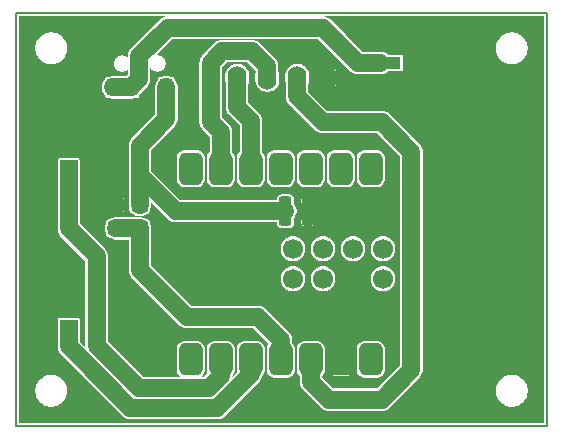
<source format=gbr>
%TF.GenerationSoftware,KiCad,Pcbnew,9.0.0*%
%TF.CreationDate,2025-03-28T11:32:37-07:00*%
%TF.ProjectId,XIAO-ESP32-S3-PCB,5849414f-2d45-4535-9033-322d53332d50,rev?*%
%TF.SameCoordinates,Original*%
%TF.FileFunction,Copper,L1,Top*%
%TF.FilePolarity,Positive*%
%FSLAX46Y46*%
G04 Gerber Fmt 4.6, Leading zero omitted, Abs format (unit mm)*
G04 Created by KiCad (PCBNEW 9.0.0) date 2025-03-28 11:32:37*
%MOMM*%
%LPD*%
G01*
G04 APERTURE LIST*
G04 Aperture macros list*
%AMRoundRect*
0 Rectangle with rounded corners*
0 $1 Rounding radius*
0 $2 $3 $4 $5 $6 $7 $8 $9 X,Y pos of 4 corners*
0 Add a 4 corners polygon primitive as box body*
4,1,4,$2,$3,$4,$5,$6,$7,$8,$9,$2,$3,0*
0 Add four circle primitives for the rounded corners*
1,1,$1+$1,$2,$3*
1,1,$1+$1,$4,$5*
1,1,$1+$1,$6,$7*
1,1,$1+$1,$8,$9*
0 Add four rect primitives between the rounded corners*
20,1,$1+$1,$2,$3,$4,$5,0*
20,1,$1+$1,$4,$5,$6,$7,0*
20,1,$1+$1,$6,$7,$8,$9,0*
20,1,$1+$1,$8,$9,$2,$3,0*%
G04 Aperture macros list end*
%TA.AperFunction,NonConductor*%
%ADD10C,0.200000*%
%TD*%
%TA.AperFunction,SMDPad,CuDef*%
%ADD11R,1.000000X1.000000*%
%TD*%
%TA.AperFunction,SMDPad,CuDef*%
%ADD12R,1.000000X1.400000*%
%TD*%
%TA.AperFunction,ComponentPad*%
%ADD13R,1.500000X1.500000*%
%TD*%
%TA.AperFunction,ComponentPad*%
%ADD14C,1.500000*%
%TD*%
%TA.AperFunction,SMDPad,CuDef*%
%ADD15R,3.500000X1.000000*%
%TD*%
%TA.AperFunction,SMDPad,CuDef*%
%ADD16R,3.400000X1.500000*%
%TD*%
%TA.AperFunction,SMDPad,CuDef*%
%ADD17RoundRect,0.250000X-0.450000X0.350000X-0.450000X-0.350000X0.450000X-0.350000X0.450000X0.350000X0*%
%TD*%
%TA.AperFunction,SMDPad,CuDef*%
%ADD18RoundRect,0.500000X-0.500000X0.875000X-0.500000X-0.875000X0.500000X-0.875000X0.500000X0.875000X0*%
%TD*%
%TA.AperFunction,SMDPad,CuDef*%
%ADD19RoundRect,0.275000X0.275000X-0.975000X0.275000X0.975000X-0.275000X0.975000X-0.275000X-0.975000X0*%
%TD*%
%TA.AperFunction,SMDPad,CuDef*%
%ADD20C,1.700000*%
%TD*%
%TA.AperFunction,SMDPad,CuDef*%
%ADD21RoundRect,0.250000X0.450000X-0.350000X0.450000X0.350000X-0.450000X0.350000X-0.450000X-0.350000X0*%
%TD*%
%TA.AperFunction,ComponentPad*%
%ADD22O,1.600000X2.000000*%
%TD*%
%TA.AperFunction,Conductor*%
%ADD23C,1.500000*%
%TD*%
%TA.AperFunction,Conductor*%
%ADD24C,1.000000*%
%TD*%
G04 APERTURE END LIST*
D10*
X119500000Y-62750000D02*
X164500000Y-62750000D01*
X164500000Y-97750000D01*
X119500000Y-97750000D01*
X119500000Y-62750000D01*
D11*
%TO.P,SW1,0,0*%
%TO.N,GND*%
X133800100Y-65940900D03*
X126199900Y-65940900D03*
X133800100Y-68141100D03*
X126199900Y-68141100D03*
D12*
%TO.P,SW1,1,1*%
%TO.N,SWITCH_V_BATT*%
X132249900Y-69059000D03*
%TO.P,SW1,2,2*%
%TO.N,V_BATT*%
X129249900Y-69059000D03*
%TO.P,SW1,3,3*%
X127750100Y-69059000D03*
%TD*%
D13*
%TO.P,S2,1,COM*%
%TO.N,PUSH_2*%
X124000000Y-76000000D03*
D14*
%TO.P,S2,2,NO*%
%TO.N,GND*%
X124000000Y-71000000D03*
%TD*%
D13*
%TO.P,S1,1,COM*%
%TO.N,PUSH_1*%
X124000000Y-89500000D03*
D14*
%TO.P,S1,2,NO*%
%TO.N,GND*%
X124000000Y-84500000D03*
%TD*%
D15*
%TO.P,J2,1,1*%
%TO.N,GND*%
X150375000Y-69000000D03*
%TO.P,J2,2,2*%
%TO.N,V_BATT*%
X150375000Y-67000000D03*
D16*
%TO.P,J2,3,MP1*%
%TO.N,GND*%
X156125000Y-71350000D03*
%TO.P,J2,4,MP2*%
X156125000Y-64650000D03*
%TD*%
D17*
%TO.P,R2,1*%
%TO.N,SWITCH_V_BATT*%
X130000000Y-79000000D03*
%TO.P,R2,2*%
%TO.N,SWITCH_DIV_V_BATT*%
X130000000Y-81000000D03*
%TD*%
D18*
%TO.P,U1,1,GPIO1_A0_D0*%
%TO.N,unconnected-(U1-GPIO1_A0_D0-Pad1)*%
X149573000Y-75938636D03*
%TO.P,U1,2,GPIO2_A1_D1*%
%TO.N,unconnected-(U1-GPIO2_A1_D1-Pad2)*%
X147033000Y-75938636D03*
%TO.P,U1,3,GPIO3_A2_D2*%
%TO.N,unconnected-(U1-GPIO3_A2_D2-Pad3)*%
X144493000Y-75938636D03*
%TO.P,U1,4,GPIO4_A3_D3*%
%TO.N,unconnected-(U1-GPIO4_A3_D3-Pad4)*%
X141953000Y-75938636D03*
%TO.P,U1,5,GPIO5_A4_D4_SDA*%
%TO.N,SDA*%
X139413000Y-75938636D03*
%TO.P,U1,6,GPIO6_A5_D5_SCL*%
%TO.N,SCL*%
X136873000Y-75938636D03*
%TO.P,U1,7,GPIO43_A6_D6_TX*%
%TO.N,unconnected-(U1-GPIO43_A6_D6_TX-Pad7)*%
X134333000Y-75938636D03*
%TO.P,U1,8,GPIO44_D7_RX*%
%TO.N,unconnected-(U1-GPIO44_D7_RX-Pad8)*%
X134333000Y-92103636D03*
%TO.P,U1,9,GPIO7_A8_D8_SCK*%
%TO.N,PUSH_2*%
X136873000Y-92103636D03*
%TO.P,U1,10,GPIO8_A9_D9_MISO*%
%TO.N,PUSH_1*%
X139413000Y-92103636D03*
%TO.P,U1,11,GPIO9_A10_D10_MOSI*%
%TO.N,SWITCH_DIV_V_BATT*%
X141953000Y-92103636D03*
%TO.P,U1,12,3V3*%
%TO.N,3V3*%
X144493000Y-92103636D03*
%TO.P,U1,13,GND*%
%TO.N,GND*%
X147033000Y-92103636D03*
%TO.P,U1,14,5V*%
%TO.N,unconnected-(U1-5V-Pad14)*%
X149573000Y-92103636D03*
D19*
%TO.P,U1,15,BAT*%
%TO.N,SWITCH_V_BATT*%
X142335000Y-79548636D03*
%TO.P,U1,16,GND*%
%TO.N,GND*%
X144240000Y-79548636D03*
D20*
%TO.P,U1,17,MTDI*%
%TO.N,unconnected-(U1-MTDI-Pad17)*%
X150585000Y-82723636D03*
%TO.P,U1,18,MTDO*%
%TO.N,unconnected-(U1-MTDO-Pad18)*%
X150585000Y-85263636D03*
%TO.P,U1,19,CHIP_EN*%
%TO.N,unconnected-(U1-CHIP_EN-Pad19)*%
X148045000Y-82723636D03*
%TO.P,U1,20,GND*%
%TO.N,GND*%
X148045000Y-85263636D03*
%TO.P,U1,21,MTMS*%
%TO.N,unconnected-(U1-MTMS-Pad21)*%
X145505000Y-82723636D03*
%TO.P,U1,22,MTCK*%
%TO.N,unconnected-(U1-MTCK-Pad22)*%
X145505000Y-85263636D03*
%TO.P,U1,23,USB_DN*%
%TO.N,unconnected-(U1-USB_DN-Pad23)*%
X142965000Y-82723636D03*
%TO.P,U1,24,USB_DP*%
%TO.N,unconnected-(U1-USB_DP-Pad24)*%
X142965000Y-85263636D03*
%TD*%
D21*
%TO.P,R1,1*%
%TO.N,SWITCH_DIV_V_BATT*%
X128000000Y-81000000D03*
%TO.P,R1,2*%
%TO.N,GND*%
X128000000Y-79000000D03*
%TD*%
D22*
%TO.P,Brd1,1,GND*%
%TO.N,GND*%
X145870000Y-68250000D03*
%TO.P,Brd1,2,VCC*%
%TO.N,3V3*%
X143330000Y-68250000D03*
%TO.P,Brd1,3,SCL*%
%TO.N,SCL*%
X140790000Y-68250000D03*
%TO.P,Brd1,4,SDA*%
%TO.N,SDA*%
X138250000Y-68250000D03*
%TD*%
D23*
%TO.N,3V3*%
X143330000Y-69830000D02*
X143330000Y-68250000D01*
X153000000Y-93000000D02*
X153000000Y-74500000D01*
X150500000Y-72000000D02*
X145500000Y-72000000D01*
X150500000Y-95500000D02*
X153000000Y-93000000D01*
X146000000Y-95500000D02*
X150500000Y-95500000D01*
X144493000Y-93993000D02*
X146000000Y-95500000D01*
X153000000Y-74500000D02*
X150500000Y-72000000D01*
X144493000Y-92103636D02*
X144493000Y-93993000D01*
X145500000Y-72000000D02*
X143330000Y-69830000D01*
%TO.N,SCL*%
X140790000Y-67290000D02*
X140790000Y-68250000D01*
X139500000Y-66000000D02*
X140790000Y-67290000D01*
X136000000Y-67000000D02*
X137000000Y-66000000D01*
X136000000Y-72000000D02*
X136000000Y-67000000D01*
X136873000Y-72873000D02*
X136000000Y-72000000D01*
X137000000Y-66000000D02*
X139500000Y-66000000D01*
X136873000Y-75938636D02*
X136873000Y-72873000D01*
%TO.N,V_BATT*%
X129249900Y-69059000D02*
X127750100Y-69059000D01*
%TO.N,SWITCH_V_BATT*%
X130000000Y-76500000D02*
X130000000Y-74000000D01*
X130000000Y-74000000D02*
X132249900Y-71750100D01*
X132249900Y-71750100D02*
X132249900Y-69018000D01*
%TO.N,V_BATT*%
X129950900Y-68317000D02*
X129249900Y-69018000D01*
X132349876Y-64000000D02*
X129950900Y-66398976D01*
X145500000Y-64000000D02*
X132349876Y-64000000D01*
X148500000Y-67000000D02*
X145500000Y-64000000D01*
X150375000Y-67000000D02*
X148500000Y-67000000D01*
X129950900Y-66398976D02*
X129950900Y-68317000D01*
%TO.N,SWITCH_DIV_V_BATT*%
X130000000Y-84500000D02*
X130000000Y-81000000D01*
X140000000Y-88500000D02*
X134000000Y-88500000D01*
X141953000Y-90453000D02*
X140000000Y-88500000D01*
X134000000Y-88500000D02*
X130000000Y-84500000D01*
X141953000Y-92103636D02*
X141953000Y-90453000D01*
%TO.N,SWITCH_V_BATT*%
X142335000Y-79548636D02*
X133048636Y-79548636D01*
X133048636Y-79548636D02*
X130000000Y-76500000D01*
%TO.N,PUSH_1*%
X139413000Y-93337000D02*
X139413000Y-92103636D01*
X138574000Y-94176000D02*
X139413000Y-93337000D01*
X138574000Y-94183213D02*
X138574000Y-94176000D01*
X138574000Y-94183214D02*
X138574000Y-94183213D01*
X137577577Y-95179636D02*
X138574000Y-94183214D01*
X137552636Y-95204577D02*
X137577577Y-95179636D01*
X136556214Y-96201000D02*
X137552636Y-95204577D01*
X135147058Y-96201000D02*
X136549000Y-96201000D01*
X129201001Y-96201000D02*
X130610156Y-96201000D01*
X129201001Y-96201000D02*
X129201000Y-96201000D01*
X136556213Y-96201000D02*
X136556214Y-96201000D01*
X124000000Y-91000000D02*
X124648000Y-91648000D01*
X136549000Y-96201000D02*
X136556213Y-96201000D01*
X124648000Y-91648000D02*
X129201001Y-96201000D01*
X130610156Y-96201000D02*
X135147058Y-96201000D01*
X124000000Y-89500000D02*
X124000000Y-91000000D01*
%TO.N,PUSH_2*%
X135851636Y-94500000D02*
X136873000Y-93478636D01*
X136873000Y-93478636D02*
X136873000Y-92103636D01*
X129905578Y-94500000D02*
X135851636Y-94500000D01*
X126349000Y-83349000D02*
X126349000Y-90943422D01*
X126349000Y-90943422D02*
X129905578Y-94500000D01*
X124000000Y-76000000D02*
X124000000Y-81000000D01*
X124000000Y-81000000D02*
X126349000Y-83349000D01*
%TO.N,SWITCH_DIV_V_BATT*%
X130000000Y-81000000D02*
X128000000Y-81000000D01*
%TO.N,SWITCH_V_BATT*%
X130000000Y-76500000D02*
X130000000Y-79000000D01*
%TO.N,SDA*%
X139413000Y-71913000D02*
X138250000Y-70750000D01*
X138250000Y-70750000D02*
X138250000Y-68250000D01*
X139413000Y-75938636D02*
X139413000Y-71913000D01*
D24*
%TO.N,SCL*%
X140790000Y-67790000D02*
X140790000Y-68250000D01*
%TD*%
%TA.AperFunction,Conductor*%
%TO.N,GND*%
G36*
X132142600Y-63053868D02*
G01*
X132145968Y-63062000D01*
X132142600Y-63070132D01*
X132136712Y-63073279D01*
X132072628Y-63086026D01*
X132072625Y-63086026D01*
X131899656Y-63157673D01*
X131899644Y-63157678D01*
X131743970Y-63261696D01*
X129212595Y-65793071D01*
X129108578Y-65948743D01*
X129036926Y-66121726D01*
X129036925Y-66121731D01*
X129001566Y-66299499D01*
X129001566Y-66299500D01*
X129000400Y-66305361D01*
X129000400Y-66523080D01*
X128997032Y-66531212D01*
X128988900Y-66534580D01*
X128980768Y-66531212D01*
X128972636Y-66523080D01*
X128946442Y-66496886D01*
X128946438Y-66496883D01*
X128831713Y-66420226D01*
X128704226Y-66367419D01*
X128619598Y-66350586D01*
X128568893Y-66340500D01*
X128430907Y-66340500D01*
X128380202Y-66350586D01*
X128295575Y-66367419D01*
X128295572Y-66367419D01*
X128168086Y-66420226D01*
X128053361Y-66496883D01*
X127955783Y-66594461D01*
X127879126Y-66709186D01*
X127826319Y-66836672D01*
X127826319Y-66836675D01*
X127799400Y-66972008D01*
X127799400Y-67109991D01*
X127826319Y-67245324D01*
X127826319Y-67245327D01*
X127879126Y-67372813D01*
X127922461Y-67437668D01*
X127955786Y-67487542D01*
X128053358Y-67585114D01*
X128168089Y-67661775D01*
X128295572Y-67714580D01*
X128430907Y-67741500D01*
X128430909Y-67741500D01*
X128568891Y-67741500D01*
X128568893Y-67741500D01*
X128704228Y-67714580D01*
X128831711Y-67661775D01*
X128946442Y-67585114D01*
X128980769Y-67550786D01*
X128988900Y-67547419D01*
X128997032Y-67550787D01*
X129000400Y-67558919D01*
X129000400Y-67918526D01*
X128997032Y-67926658D01*
X128818558Y-68105132D01*
X128810426Y-68108500D01*
X127656484Y-68108500D01*
X127626156Y-68114532D01*
X127472854Y-68145025D01*
X127472849Y-68145026D01*
X127442434Y-68157625D01*
X127438033Y-68158500D01*
X127230352Y-68158500D01*
X127207088Y-68163127D01*
X127171871Y-68170132D01*
X127171867Y-68170134D01*
X127105549Y-68214446D01*
X127105546Y-68214449D01*
X127061234Y-68280767D01*
X127061232Y-68280771D01*
X127049600Y-68339253D01*
X127049600Y-68410526D01*
X127046232Y-68418658D01*
X127011795Y-68453095D01*
X126907779Y-68608766D01*
X126836126Y-68781749D01*
X126836125Y-68781754D01*
X126799600Y-68965384D01*
X126799600Y-69152615D01*
X126836125Y-69336245D01*
X126836126Y-69336250D01*
X126907779Y-69509233D01*
X126929237Y-69541347D01*
X127011798Y-69664908D01*
X127046232Y-69699342D01*
X127049600Y-69707473D01*
X127049600Y-69778748D01*
X127061233Y-69837231D01*
X127061234Y-69837232D01*
X127105546Y-69903550D01*
X127105548Y-69903552D01*
X127171869Y-69947867D01*
X127230352Y-69959500D01*
X127438033Y-69959500D01*
X127442434Y-69960375D01*
X127472849Y-69972973D01*
X127656484Y-70009500D01*
X127656485Y-70009500D01*
X129343515Y-70009500D01*
X129343516Y-70009500D01*
X129527151Y-69972973D01*
X129557566Y-69960375D01*
X129561967Y-69959500D01*
X129769646Y-69959500D01*
X129769648Y-69959500D01*
X129828131Y-69947867D01*
X129894452Y-69903552D01*
X129938767Y-69837231D01*
X129950400Y-69778748D01*
X129950400Y-69707473D01*
X129953767Y-69699342D01*
X129988202Y-69664908D01*
X130070135Y-69542283D01*
X130071556Y-69540552D01*
X130689202Y-68922908D01*
X130793223Y-68767230D01*
X130858859Y-68608769D01*
X130864873Y-68594251D01*
X130901400Y-68410616D01*
X130901400Y-67444057D01*
X130904768Y-67435925D01*
X130912900Y-67432557D01*
X130921032Y-67435925D01*
X130922459Y-67437664D01*
X130955786Y-67487542D01*
X131053358Y-67585114D01*
X131168089Y-67661775D01*
X131295572Y-67714580D01*
X131430907Y-67741500D01*
X131430909Y-67741500D01*
X131568891Y-67741500D01*
X131568893Y-67741500D01*
X131704228Y-67714580D01*
X131831711Y-67661775D01*
X131946442Y-67585114D01*
X132044014Y-67487542D01*
X132120675Y-67372811D01*
X132173480Y-67245328D01*
X132200400Y-67109993D01*
X132200400Y-66972007D01*
X132196122Y-66950500D01*
X132187681Y-66908062D01*
X132187347Y-66906384D01*
X135049500Y-66906384D01*
X135049500Y-71906383D01*
X135049500Y-72093617D01*
X135050770Y-72100000D01*
X135086026Y-72277246D01*
X135086026Y-72277249D01*
X135100202Y-72311473D01*
X135157677Y-72450230D01*
X135261698Y-72605908D01*
X135919132Y-73263342D01*
X135922500Y-73271473D01*
X135922500Y-74518715D01*
X135919132Y-74526847D01*
X135817527Y-74628451D01*
X135729521Y-74774032D01*
X135678914Y-74936437D01*
X135678913Y-74936443D01*
X135672500Y-75007024D01*
X135672500Y-76870247D01*
X135678913Y-76940828D01*
X135678914Y-76940834D01*
X135729521Y-77103239D01*
X135729522Y-77103242D01*
X135817528Y-77248821D01*
X135937815Y-77369108D01*
X136083394Y-77457114D01*
X136245804Y-77507722D01*
X136316384Y-77514136D01*
X136316393Y-77514136D01*
X137429607Y-77514136D01*
X137429616Y-77514136D01*
X137500196Y-77507722D01*
X137662606Y-77457114D01*
X137808185Y-77369108D01*
X137928472Y-77248821D01*
X138016478Y-77103242D01*
X138067086Y-76940832D01*
X138073500Y-76870252D01*
X138073500Y-75007020D01*
X138067086Y-74936440D01*
X138016478Y-74774030D01*
X137928472Y-74628451D01*
X137826868Y-74526847D01*
X137823500Y-74518715D01*
X137823500Y-72779383D01*
X137786974Y-72595754D01*
X137786973Y-72595749D01*
X137715322Y-72422769D01*
X137611302Y-72267092D01*
X137478908Y-72134698D01*
X136953868Y-71609658D01*
X136950500Y-71601526D01*
X136950500Y-67951459D01*
X137249500Y-67951459D01*
X137249500Y-68548541D01*
X137258593Y-68594255D01*
X137287948Y-68741831D01*
X137287948Y-68741834D01*
X137298625Y-68767608D01*
X137299500Y-68772009D01*
X137299500Y-70843615D01*
X137332953Y-71011799D01*
X137336026Y-71027246D01*
X137336026Y-71027249D01*
X137360373Y-71086027D01*
X137404679Y-71192993D01*
X137407678Y-71200232D01*
X137479023Y-71307007D01*
X137511698Y-71355908D01*
X138459132Y-72303342D01*
X138462500Y-72311473D01*
X138462500Y-74518715D01*
X138459132Y-74526847D01*
X138357527Y-74628451D01*
X138269521Y-74774032D01*
X138218914Y-74936437D01*
X138218913Y-74936443D01*
X138212500Y-75007024D01*
X138212500Y-76870247D01*
X138218913Y-76940828D01*
X138218914Y-76940834D01*
X138269521Y-77103239D01*
X138269522Y-77103242D01*
X138357528Y-77248821D01*
X138477815Y-77369108D01*
X138623394Y-77457114D01*
X138785804Y-77507722D01*
X138856384Y-77514136D01*
X138856393Y-77514136D01*
X139969607Y-77514136D01*
X139969616Y-77514136D01*
X140040196Y-77507722D01*
X140202606Y-77457114D01*
X140348185Y-77369108D01*
X140468472Y-77248821D01*
X140556478Y-77103242D01*
X140607086Y-76940832D01*
X140613500Y-76870252D01*
X140613500Y-75007024D01*
X140752500Y-75007024D01*
X140752500Y-76870247D01*
X140758913Y-76940828D01*
X140758914Y-76940834D01*
X140809521Y-77103239D01*
X140809522Y-77103242D01*
X140897528Y-77248821D01*
X141017815Y-77369108D01*
X141163394Y-77457114D01*
X141325804Y-77507722D01*
X141396384Y-77514136D01*
X141396393Y-77514136D01*
X142509607Y-77514136D01*
X142509616Y-77514136D01*
X142580196Y-77507722D01*
X142742606Y-77457114D01*
X142888185Y-77369108D01*
X143008472Y-77248821D01*
X143096478Y-77103242D01*
X143147086Y-76940832D01*
X143153500Y-76870252D01*
X143153500Y-75007024D01*
X143292500Y-75007024D01*
X143292500Y-76870247D01*
X143298913Y-76940828D01*
X143298914Y-76940834D01*
X143349521Y-77103239D01*
X143349522Y-77103242D01*
X143437528Y-77248821D01*
X143557815Y-77369108D01*
X143703394Y-77457114D01*
X143865804Y-77507722D01*
X143936384Y-77514136D01*
X143936393Y-77514136D01*
X145049607Y-77514136D01*
X145049616Y-77514136D01*
X145120196Y-77507722D01*
X145282606Y-77457114D01*
X145428185Y-77369108D01*
X145548472Y-77248821D01*
X145636478Y-77103242D01*
X145687086Y-76940832D01*
X145693500Y-76870252D01*
X145693500Y-75007024D01*
X145832500Y-75007024D01*
X145832500Y-76870247D01*
X145838913Y-76940828D01*
X145838914Y-76940834D01*
X145889521Y-77103239D01*
X145889522Y-77103242D01*
X145977528Y-77248821D01*
X146097815Y-77369108D01*
X146243394Y-77457114D01*
X146405804Y-77507722D01*
X146476384Y-77514136D01*
X146476393Y-77514136D01*
X147589607Y-77514136D01*
X147589616Y-77514136D01*
X147660196Y-77507722D01*
X147822606Y-77457114D01*
X147968185Y-77369108D01*
X148088472Y-77248821D01*
X148176478Y-77103242D01*
X148227086Y-76940832D01*
X148233500Y-76870252D01*
X148233500Y-75007024D01*
X148372500Y-75007024D01*
X148372500Y-76870247D01*
X148378913Y-76940828D01*
X148378914Y-76940834D01*
X148429521Y-77103239D01*
X148429522Y-77103242D01*
X148517528Y-77248821D01*
X148637815Y-77369108D01*
X148783394Y-77457114D01*
X148945804Y-77507722D01*
X149016384Y-77514136D01*
X149016393Y-77514136D01*
X150129607Y-77514136D01*
X150129616Y-77514136D01*
X150200196Y-77507722D01*
X150362606Y-77457114D01*
X150508185Y-77369108D01*
X150628472Y-77248821D01*
X150716478Y-77103242D01*
X150767086Y-76940832D01*
X150773500Y-76870252D01*
X150773500Y-75007020D01*
X150767086Y-74936440D01*
X150716478Y-74774030D01*
X150628472Y-74628451D01*
X150508185Y-74508164D01*
X150508184Y-74508163D01*
X150460564Y-74479376D01*
X150362606Y-74420158D01*
X150362603Y-74420157D01*
X150362604Y-74420157D01*
X150200198Y-74369550D01*
X150200192Y-74369549D01*
X150159009Y-74365807D01*
X150129616Y-74363136D01*
X149016384Y-74363136D01*
X148992868Y-74365272D01*
X148945807Y-74369549D01*
X148945801Y-74369550D01*
X148783396Y-74420157D01*
X148637815Y-74508163D01*
X148517527Y-74628451D01*
X148429521Y-74774032D01*
X148378914Y-74936437D01*
X148378913Y-74936443D01*
X148372500Y-75007024D01*
X148233500Y-75007024D01*
X148233500Y-75007020D01*
X148227086Y-74936440D01*
X148176478Y-74774030D01*
X148088472Y-74628451D01*
X147968185Y-74508164D01*
X147968184Y-74508163D01*
X147920564Y-74479376D01*
X147822606Y-74420158D01*
X147822603Y-74420157D01*
X147822604Y-74420157D01*
X147660198Y-74369550D01*
X147660192Y-74369549D01*
X147619009Y-74365807D01*
X147589616Y-74363136D01*
X146476384Y-74363136D01*
X146452868Y-74365272D01*
X146405807Y-74369549D01*
X146405801Y-74369550D01*
X146243396Y-74420157D01*
X146097815Y-74508163D01*
X145977527Y-74628451D01*
X145889521Y-74774032D01*
X145838914Y-74936437D01*
X145838913Y-74936443D01*
X145832500Y-75007024D01*
X145693500Y-75007024D01*
X145693500Y-75007020D01*
X145687086Y-74936440D01*
X145636478Y-74774030D01*
X145548472Y-74628451D01*
X145428185Y-74508164D01*
X145428184Y-74508163D01*
X145380564Y-74479376D01*
X145282606Y-74420158D01*
X145282603Y-74420157D01*
X145282604Y-74420157D01*
X145120198Y-74369550D01*
X145120192Y-74369549D01*
X145079009Y-74365807D01*
X145049616Y-74363136D01*
X143936384Y-74363136D01*
X143912868Y-74365272D01*
X143865807Y-74369549D01*
X143865801Y-74369550D01*
X143703396Y-74420157D01*
X143557815Y-74508163D01*
X143437527Y-74628451D01*
X143349521Y-74774032D01*
X143298914Y-74936437D01*
X143298913Y-74936443D01*
X143292500Y-75007024D01*
X143153500Y-75007024D01*
X143153500Y-75007020D01*
X143147086Y-74936440D01*
X143096478Y-74774030D01*
X143008472Y-74628451D01*
X142888185Y-74508164D01*
X142888184Y-74508163D01*
X142840564Y-74479376D01*
X142742606Y-74420158D01*
X142742603Y-74420157D01*
X142742604Y-74420157D01*
X142580198Y-74369550D01*
X142580192Y-74369549D01*
X142539009Y-74365807D01*
X142509616Y-74363136D01*
X141396384Y-74363136D01*
X141372868Y-74365272D01*
X141325807Y-74369549D01*
X141325801Y-74369550D01*
X141163396Y-74420157D01*
X141017815Y-74508163D01*
X140897527Y-74628451D01*
X140809521Y-74774032D01*
X140758914Y-74936437D01*
X140758913Y-74936443D01*
X140752500Y-75007024D01*
X140613500Y-75007024D01*
X140613500Y-75007020D01*
X140607086Y-74936440D01*
X140556478Y-74774030D01*
X140468472Y-74628451D01*
X140366868Y-74526847D01*
X140363500Y-74518715D01*
X140363500Y-71819384D01*
X140326974Y-71635754D01*
X140326973Y-71635749D01*
X140316166Y-71609658D01*
X140255322Y-71462769D01*
X140151302Y-71307092D01*
X140018908Y-71174698D01*
X139203868Y-70359658D01*
X139200500Y-70351526D01*
X139200500Y-68772009D01*
X139201375Y-68767608D01*
X139212051Y-68741834D01*
X139250500Y-68548541D01*
X139250500Y-67951459D01*
X139212051Y-67758165D01*
X139136632Y-67576086D01*
X139027139Y-67412218D01*
X138887782Y-67272861D01*
X138846576Y-67245328D01*
X138723916Y-67163369D01*
X138541833Y-67087948D01*
X138425437Y-67064795D01*
X138348541Y-67049500D01*
X138151459Y-67049500D01*
X138062245Y-67067246D01*
X137958168Y-67087948D01*
X137958165Y-67087948D01*
X137776083Y-67163369D01*
X137612221Y-67272858D01*
X137472858Y-67412221D01*
X137363369Y-67576083D01*
X137287948Y-67758165D01*
X137287948Y-67758168D01*
X137249500Y-67951459D01*
X136950500Y-67951459D01*
X136950500Y-67398474D01*
X136953868Y-67390342D01*
X137390342Y-66953868D01*
X137398474Y-66950500D01*
X139101526Y-66950500D01*
X139109658Y-66953868D01*
X139836132Y-67680342D01*
X139839500Y-67688474D01*
X139839500Y-67727989D01*
X139838625Y-67732390D01*
X139827948Y-67758165D01*
X139827948Y-67758168D01*
X139789500Y-67951459D01*
X139789500Y-68548541D01*
X139798593Y-68594255D01*
X139827948Y-68741831D01*
X139827948Y-68741834D01*
X139903369Y-68923916D01*
X140012858Y-69087778D01*
X140012861Y-69087782D01*
X140152218Y-69227139D01*
X140316086Y-69336632D01*
X140498165Y-69412051D01*
X140691459Y-69450500D01*
X140691461Y-69450500D01*
X140888539Y-69450500D01*
X140888541Y-69450500D01*
X141081835Y-69412051D01*
X141263914Y-69336632D01*
X141427782Y-69227139D01*
X141567139Y-69087782D01*
X141676632Y-68923914D01*
X141752051Y-68741835D01*
X141790500Y-68548541D01*
X141790500Y-67951459D01*
X142329500Y-67951459D01*
X142329500Y-68548541D01*
X142338593Y-68594255D01*
X142367948Y-68741831D01*
X142367948Y-68741834D01*
X142378625Y-68767608D01*
X142379500Y-68772009D01*
X142379500Y-69736383D01*
X142379500Y-69923617D01*
X142384324Y-69947867D01*
X142416026Y-70107246D01*
X142416026Y-70107249D01*
X142487678Y-70280232D01*
X142540749Y-70359658D01*
X142591698Y-70435908D01*
X144761698Y-72605908D01*
X144894092Y-72738302D01*
X144955574Y-72779383D01*
X145049769Y-72842322D01*
X145222749Y-72913973D01*
X145406383Y-72950500D01*
X145406384Y-72950500D01*
X150101526Y-72950500D01*
X150109658Y-72953868D01*
X152046132Y-74890342D01*
X152049500Y-74898474D01*
X152049500Y-92601526D01*
X152046132Y-92609658D01*
X150109658Y-94546132D01*
X150101526Y-94549500D01*
X146398474Y-94549500D01*
X146390342Y-94546132D01*
X145446868Y-93602658D01*
X145443500Y-93594526D01*
X145443500Y-93523557D01*
X145446868Y-93515425D01*
X145504760Y-93457533D01*
X146386208Y-93457533D01*
X146425625Y-93472234D01*
X146485171Y-93478636D01*
X147580829Y-93478636D01*
X147640374Y-93472234D01*
X147679789Y-93457532D01*
X147659378Y-93437121D01*
X147734513Y-93437121D01*
X147734513Y-93437122D01*
X147775085Y-93421990D01*
X147775088Y-93421989D01*
X147890186Y-93335826D01*
X147890190Y-93335822D01*
X147976353Y-93220724D01*
X147976354Y-93220721D01*
X147991486Y-93180149D01*
X147991485Y-93180149D01*
X147734513Y-93437121D01*
X147659378Y-93437121D01*
X147032999Y-92810742D01*
X146386208Y-93457533D01*
X145504760Y-93457533D01*
X145516583Y-93445710D01*
X145529540Y-93432753D01*
X145548472Y-93413821D01*
X145636478Y-93268242D01*
X145658859Y-93196415D01*
X145663928Y-93180149D01*
X146074513Y-93180149D01*
X146089647Y-93220724D01*
X146089649Y-93220727D01*
X146175809Y-93335822D01*
X146175813Y-93335826D01*
X146290912Y-93421989D01*
X146331484Y-93437120D01*
X146074513Y-93180149D01*
X145663928Y-93180149D01*
X145666448Y-93172064D01*
X145687085Y-93105834D01*
X145687086Y-93105832D01*
X145693500Y-93035252D01*
X145693500Y-92396528D01*
X146033000Y-92396528D01*
X146325893Y-92103636D01*
X147740107Y-92103636D01*
X148033000Y-92396529D01*
X148033000Y-91810743D01*
X147740107Y-92103636D01*
X146325893Y-92103636D01*
X146033000Y-91810743D01*
X146033000Y-92396528D01*
X145693500Y-92396528D01*
X145693500Y-91172020D01*
X145687086Y-91101440D01*
X145663928Y-91027122D01*
X146074512Y-91027122D01*
X146331486Y-90770148D01*
X146290910Y-90785283D01*
X146175813Y-90871445D01*
X146175809Y-90871449D01*
X146089647Y-90986546D01*
X146074512Y-91027122D01*
X145663928Y-91027122D01*
X145636478Y-90939030D01*
X145548472Y-90793451D01*
X145504758Y-90749737D01*
X146386208Y-90749737D01*
X147033000Y-91396529D01*
X147257505Y-91172024D01*
X148372500Y-91172024D01*
X148372500Y-93035247D01*
X148378913Y-93105828D01*
X148378914Y-93105834D01*
X148414714Y-93220721D01*
X148429522Y-93268242D01*
X148470376Y-93335822D01*
X148508870Y-93399500D01*
X148517528Y-93413821D01*
X148637815Y-93534108D01*
X148783394Y-93622114D01*
X148945804Y-93672722D01*
X149016384Y-93679136D01*
X149016393Y-93679136D01*
X150129607Y-93679136D01*
X150129616Y-93679136D01*
X150200196Y-93672722D01*
X150362606Y-93622114D01*
X150508185Y-93534108D01*
X150628472Y-93413821D01*
X150716478Y-93268242D01*
X150767086Y-93105832D01*
X150773500Y-93035252D01*
X150773500Y-91172020D01*
X150767086Y-91101440D01*
X150716478Y-90939030D01*
X150628472Y-90793451D01*
X150508185Y-90673164D01*
X150508184Y-90673163D01*
X150460564Y-90644376D01*
X150362606Y-90585158D01*
X150362603Y-90585157D01*
X150362604Y-90585157D01*
X150200198Y-90534550D01*
X150200192Y-90534549D01*
X150159009Y-90530807D01*
X150129616Y-90528136D01*
X149016384Y-90528136D01*
X148992868Y-90530272D01*
X148945807Y-90534549D01*
X148945801Y-90534550D01*
X148783396Y-90585157D01*
X148637815Y-90673163D01*
X148517527Y-90793451D01*
X148429521Y-90939032D01*
X148378914Y-91101437D01*
X148378913Y-91101443D01*
X148372500Y-91172024D01*
X147257505Y-91172024D01*
X147265902Y-91163627D01*
X147659379Y-90770149D01*
X147734513Y-90770149D01*
X147991485Y-91027121D01*
X147976353Y-90986548D01*
X147976353Y-90986547D01*
X147890190Y-90871449D01*
X147890186Y-90871445D01*
X147775091Y-90785285D01*
X147775088Y-90785283D01*
X147734513Y-90770149D01*
X147659379Y-90770149D01*
X147665932Y-90763596D01*
X147679790Y-90749737D01*
X147640378Y-90735039D01*
X147640374Y-90735037D01*
X147580829Y-90728636D01*
X146485171Y-90728636D01*
X146425625Y-90735037D01*
X146425621Y-90735039D01*
X146386208Y-90749737D01*
X145504758Y-90749737D01*
X145428185Y-90673164D01*
X145428184Y-90673163D01*
X145380564Y-90644376D01*
X145282606Y-90585158D01*
X145282603Y-90585157D01*
X145282604Y-90585157D01*
X145120198Y-90534550D01*
X145120192Y-90534549D01*
X145079009Y-90530807D01*
X145049616Y-90528136D01*
X143936384Y-90528136D01*
X143912868Y-90530272D01*
X143865807Y-90534549D01*
X143865801Y-90534550D01*
X143703396Y-90585157D01*
X143557815Y-90673163D01*
X143437527Y-90793451D01*
X143349521Y-90939032D01*
X143298914Y-91101437D01*
X143298913Y-91101443D01*
X143292500Y-91172024D01*
X143292500Y-93035247D01*
X143298913Y-93105828D01*
X143298914Y-93105834D01*
X143334714Y-93220721D01*
X143349522Y-93268242D01*
X143390376Y-93335822D01*
X143437527Y-93413820D01*
X143539132Y-93515425D01*
X143542500Y-93523557D01*
X143542500Y-94086615D01*
X143579025Y-94270245D01*
X143579028Y-94270255D01*
X143581752Y-94276829D01*
X143581752Y-94276831D01*
X143581753Y-94276831D01*
X143650678Y-94443232D01*
X143754695Y-94598904D01*
X143754698Y-94598908D01*
X145394092Y-96238302D01*
X145549770Y-96342323D01*
X145651099Y-96384294D01*
X145722749Y-96413973D01*
X145814566Y-96432236D01*
X145906383Y-96450500D01*
X145906384Y-96450500D01*
X145906385Y-96450500D01*
X150593615Y-96450500D01*
X150593617Y-96450500D01*
X150685433Y-96432236D01*
X150777251Y-96413973D01*
X150848901Y-96384294D01*
X150950230Y-96342323D01*
X151105908Y-96238302D01*
X152700500Y-94643710D01*
X160149500Y-94643710D01*
X160149500Y-94856289D01*
X160182753Y-95066240D01*
X160248441Y-95268408D01*
X160248442Y-95268411D01*
X160248443Y-95268412D01*
X160344949Y-95457816D01*
X160469896Y-95629792D01*
X160620208Y-95780104D01*
X160792184Y-95905051D01*
X160981588Y-96001557D01*
X161183757Y-96067246D01*
X161288735Y-96083873D01*
X161393711Y-96100500D01*
X161393713Y-96100500D01*
X161606289Y-96100500D01*
X161690269Y-96087198D01*
X161816243Y-96067246D01*
X162018412Y-96001557D01*
X162207816Y-95905051D01*
X162379792Y-95780104D01*
X162530104Y-95629792D01*
X162655051Y-95457816D01*
X162751557Y-95268412D01*
X162817246Y-95066243D01*
X162850500Y-94856287D01*
X162850500Y-94643713D01*
X162849140Y-94635129D01*
X162830547Y-94517739D01*
X162817246Y-94433757D01*
X162751557Y-94231588D01*
X162655051Y-94042184D01*
X162530104Y-93870208D01*
X162379792Y-93719896D01*
X162207816Y-93594949D01*
X162018412Y-93498443D01*
X162018411Y-93498442D01*
X162018408Y-93498441D01*
X161816240Y-93432753D01*
X161606289Y-93399500D01*
X161606287Y-93399500D01*
X161393713Y-93399500D01*
X161393711Y-93399500D01*
X161183759Y-93432753D01*
X160981591Y-93498441D01*
X160909085Y-93535385D01*
X160792184Y-93594949D01*
X160792181Y-93594950D01*
X160792179Y-93594952D01*
X160620211Y-93719893D01*
X160469893Y-93870211D01*
X160344952Y-94042179D01*
X160344950Y-94042181D01*
X160344949Y-94042184D01*
X160322310Y-94086616D01*
X160248441Y-94231591D01*
X160182753Y-94433759D01*
X160149500Y-94643710D01*
X152700500Y-94643710D01*
X153738302Y-93605908D01*
X153842323Y-93450230D01*
X153913973Y-93277250D01*
X153950500Y-93093617D01*
X153950500Y-92906383D01*
X153950500Y-74406384D01*
X153913973Y-74222749D01*
X153860485Y-74093617D01*
X153842323Y-74049770D01*
X153738302Y-73894092D01*
X151694211Y-71850001D01*
X154425000Y-71850001D01*
X154425000Y-72099999D01*
X154425001Y-72100000D01*
X155624999Y-72100000D01*
X155625000Y-72099999D01*
X155625000Y-71850001D01*
X156625000Y-71850001D01*
X156625000Y-72099999D01*
X156625001Y-72100000D01*
X157824999Y-72100000D01*
X157825000Y-72099999D01*
X157825000Y-71850001D01*
X157824999Y-71850000D01*
X156625001Y-71850000D01*
X156625000Y-71850001D01*
X155625000Y-71850001D01*
X155624999Y-71850000D01*
X154425001Y-71850000D01*
X154425000Y-71850001D01*
X151694211Y-71850001D01*
X151105908Y-71261698D01*
X150975704Y-71174698D01*
X150950232Y-71157678D01*
X150848901Y-71115705D01*
X150777249Y-71086026D01*
X150685433Y-71067763D01*
X150685433Y-71067762D01*
X150608849Y-71052529D01*
X150593617Y-71049500D01*
X150593616Y-71049500D01*
X145898474Y-71049500D01*
X145890342Y-71046132D01*
X145444211Y-70600001D01*
X154425000Y-70600001D01*
X154425000Y-70849999D01*
X154425001Y-70850000D01*
X155624999Y-70850000D01*
X155625000Y-70849999D01*
X155625000Y-70600001D01*
X156625000Y-70600001D01*
X156625000Y-70849999D01*
X156625001Y-70850000D01*
X157824999Y-70850000D01*
X157825000Y-70849999D01*
X157825000Y-70600001D01*
X157824999Y-70600000D01*
X156625001Y-70600000D01*
X156625000Y-70600001D01*
X155625000Y-70600001D01*
X155624999Y-70600000D01*
X154425001Y-70600000D01*
X154425000Y-70600001D01*
X145444211Y-70600001D01*
X144283868Y-69439658D01*
X144280500Y-69431526D01*
X144280500Y-68772009D01*
X144281375Y-68767608D01*
X144288669Y-68750000D01*
X145128350Y-68750000D01*
X145161050Y-68828944D01*
X145248596Y-68959966D01*
X145360031Y-69071401D01*
X145370000Y-69078061D01*
X145370000Y-68750001D01*
X146370000Y-68750001D01*
X146370000Y-69078061D01*
X146379968Y-69071401D01*
X146491403Y-68959966D01*
X146578949Y-68828944D01*
X146611650Y-68750000D01*
X146370001Y-68750000D01*
X146370000Y-68750001D01*
X145370000Y-68750001D01*
X145369999Y-68750000D01*
X145128350Y-68750000D01*
X144288669Y-68750000D01*
X144291021Y-68744321D01*
X144292051Y-68741834D01*
X144330500Y-68548541D01*
X144330500Y-68184174D01*
X145370000Y-68184174D01*
X145370000Y-68315826D01*
X145404075Y-68442993D01*
X145469901Y-68557007D01*
X145562993Y-68650099D01*
X145677007Y-68715925D01*
X145804174Y-68750000D01*
X145935826Y-68750000D01*
X146062993Y-68715925D01*
X146177007Y-68650099D01*
X146270099Y-68557007D01*
X146335925Y-68442993D01*
X146370000Y-68315826D01*
X146370000Y-68184174D01*
X146335925Y-68057007D01*
X146270099Y-67942993D01*
X146177007Y-67849901D01*
X146062993Y-67784075D01*
X145935826Y-67750000D01*
X145804174Y-67750000D01*
X145677007Y-67784075D01*
X145562993Y-67849901D01*
X145469901Y-67942993D01*
X145404075Y-68057007D01*
X145370000Y-68184174D01*
X144330500Y-68184174D01*
X144330500Y-67951459D01*
X144292051Y-67758165D01*
X144288669Y-67750000D01*
X145128350Y-67750000D01*
X145369999Y-67750000D01*
X145370000Y-67749999D01*
X146370000Y-67749999D01*
X146370001Y-67750000D01*
X146611649Y-67750000D01*
X146578949Y-67671055D01*
X146491403Y-67540033D01*
X146379966Y-67428596D01*
X146370000Y-67421937D01*
X146370000Y-67749999D01*
X145370000Y-67749999D01*
X145370000Y-67421937D01*
X145360033Y-67428596D01*
X145248596Y-67540033D01*
X145161050Y-67671055D01*
X145128350Y-67750000D01*
X144288669Y-67750000D01*
X144216632Y-67576086D01*
X144107139Y-67412218D01*
X143967782Y-67272861D01*
X143926576Y-67245328D01*
X143803916Y-67163369D01*
X143621833Y-67087948D01*
X143505437Y-67064795D01*
X143428541Y-67049500D01*
X143231459Y-67049500D01*
X143142245Y-67067246D01*
X143038168Y-67087948D01*
X143038165Y-67087948D01*
X142856083Y-67163369D01*
X142692221Y-67272858D01*
X142552858Y-67412221D01*
X142443369Y-67576083D01*
X142367948Y-67758165D01*
X142367948Y-67758168D01*
X142329500Y-67951459D01*
X141790500Y-67951459D01*
X141752051Y-67758165D01*
X141745148Y-67741500D01*
X141741375Y-67732390D01*
X141740500Y-67727989D01*
X141740500Y-67196384D01*
X141703974Y-67012754D01*
X141703973Y-67012749D01*
X141632322Y-66839769D01*
X141528302Y-66684092D01*
X141395908Y-66551698D01*
X140105908Y-65261698D01*
X140060850Y-65231591D01*
X139950232Y-65157678D01*
X139939829Y-65153369D01*
X139848901Y-65115705D01*
X139777251Y-65086027D01*
X139777249Y-65086026D01*
X139685433Y-65067763D01*
X139685433Y-65067762D01*
X139608849Y-65052529D01*
X139593617Y-65049500D01*
X139593616Y-65049500D01*
X136906384Y-65049500D01*
X136876056Y-65055532D01*
X136722754Y-65086025D01*
X136722749Y-65086026D01*
X136651099Y-65115705D01*
X136549767Y-65157678D01*
X136394095Y-65261695D01*
X135261695Y-66394095D01*
X135157678Y-66549767D01*
X135139167Y-66594458D01*
X135086026Y-66722749D01*
X135086025Y-66722754D01*
X135062751Y-66839766D01*
X135049500Y-66906384D01*
X132187347Y-66906384D01*
X132180912Y-66874039D01*
X132173480Y-66836672D01*
X132120675Y-66709189D01*
X132044014Y-66594458D01*
X131946442Y-66496886D01*
X131946438Y-66496883D01*
X131831713Y-66420226D01*
X131704226Y-66367419D01*
X131619598Y-66350586D01*
X131568893Y-66340500D01*
X131430907Y-66340500D01*
X131408346Y-66344987D01*
X131371567Y-66352303D01*
X131362935Y-66350586D01*
X131358045Y-66343267D01*
X131359762Y-66334635D01*
X131361187Y-66332897D01*
X132740218Y-64953868D01*
X132748350Y-64950500D01*
X145101526Y-64950500D01*
X145109658Y-64953868D01*
X147894092Y-67738302D01*
X148049770Y-67842323D01*
X148151099Y-67884294D01*
X148222749Y-67913973D01*
X148406384Y-67950500D01*
X148406385Y-67950500D01*
X150468615Y-67950500D01*
X150468616Y-67950500D01*
X150652251Y-67913973D01*
X150825231Y-67842322D01*
X150980908Y-67738302D01*
X151015342Y-67703868D01*
X151023474Y-67700500D01*
X152144746Y-67700500D01*
X152144748Y-67700500D01*
X152203231Y-67688867D01*
X152269552Y-67644552D01*
X152313867Y-67578231D01*
X152325500Y-67519748D01*
X152325500Y-66480252D01*
X152313867Y-66421769D01*
X152277551Y-66367419D01*
X152269553Y-66355449D01*
X152269550Y-66355446D01*
X152203232Y-66311134D01*
X152203233Y-66311134D01*
X152203231Y-66311133D01*
X152203229Y-66311132D01*
X152203228Y-66311132D01*
X152173788Y-66305276D01*
X152144748Y-66299500D01*
X152144746Y-66299500D01*
X151023474Y-66299500D01*
X151015342Y-66296132D01*
X150980908Y-66261698D01*
X150980904Y-66261695D01*
X150825233Y-66157679D01*
X150652250Y-66086026D01*
X150652245Y-66086025D01*
X150504943Y-66056725D01*
X150468616Y-66049500D01*
X150468615Y-66049500D01*
X148898474Y-66049500D01*
X148890342Y-66046132D01*
X148487920Y-65643710D01*
X160149500Y-65643710D01*
X160149500Y-65856289D01*
X160182753Y-66066240D01*
X160248441Y-66268408D01*
X160248442Y-66268411D01*
X160248443Y-66268412D01*
X160344949Y-66457816D01*
X160344952Y-66457820D01*
X160444224Y-66594458D01*
X160469896Y-66629792D01*
X160620208Y-66780104D01*
X160792184Y-66905051D01*
X160981588Y-67001557D01*
X161183757Y-67067246D01*
X161288735Y-67083873D01*
X161393711Y-67100500D01*
X161393713Y-67100500D01*
X161606289Y-67100500D01*
X161690269Y-67087198D01*
X161816243Y-67067246D01*
X162018412Y-67001557D01*
X162207816Y-66905051D01*
X162379792Y-66780104D01*
X162530104Y-66629792D01*
X162655051Y-66457816D01*
X162751557Y-66268412D01*
X162817246Y-66066243D01*
X162850500Y-65856287D01*
X162850500Y-65643713D01*
X162817246Y-65433757D01*
X162751557Y-65231588D01*
X162655051Y-65042184D01*
X162530104Y-64870208D01*
X162379792Y-64719896D01*
X162207816Y-64594949D01*
X162018412Y-64498443D01*
X162018411Y-64498442D01*
X162018408Y-64498441D01*
X161816240Y-64432753D01*
X161606289Y-64399500D01*
X161606287Y-64399500D01*
X161393713Y-64399500D01*
X161393711Y-64399500D01*
X161183759Y-64432753D01*
X160981591Y-64498441D01*
X160884932Y-64547691D01*
X160792184Y-64594949D01*
X160792181Y-64594950D01*
X160792179Y-64594952D01*
X160620211Y-64719893D01*
X160469893Y-64870211D01*
X160344952Y-65042179D01*
X160344950Y-65042181D01*
X160344949Y-65042184D01*
X160322610Y-65086027D01*
X160248441Y-65231591D01*
X160182753Y-65433759D01*
X160149500Y-65643710D01*
X148487920Y-65643710D01*
X147997579Y-65153369D01*
X147994211Y-65150001D01*
X154425000Y-65150001D01*
X154425000Y-65399999D01*
X154425001Y-65400000D01*
X155624999Y-65400000D01*
X155625000Y-65399999D01*
X155625000Y-65150001D01*
X156625000Y-65150001D01*
X156625000Y-65399999D01*
X156625001Y-65400000D01*
X157824999Y-65400000D01*
X157825000Y-65399999D01*
X157825000Y-65150001D01*
X157824999Y-65150000D01*
X156625001Y-65150000D01*
X156625000Y-65150001D01*
X155625000Y-65150001D01*
X155624999Y-65150000D01*
X154425001Y-65150000D01*
X154425000Y-65150001D01*
X147994211Y-65150001D01*
X147439159Y-64594949D01*
X146744211Y-63900001D01*
X154425000Y-63900001D01*
X154425000Y-64149999D01*
X154425001Y-64150000D01*
X155624999Y-64150000D01*
X155625000Y-64149999D01*
X155625000Y-63900001D01*
X156625000Y-63900001D01*
X156625000Y-64149999D01*
X156625001Y-64150000D01*
X157824999Y-64150000D01*
X157825000Y-64149999D01*
X157825000Y-63900001D01*
X157824999Y-63900000D01*
X156625001Y-63900000D01*
X156625000Y-63900001D01*
X155625000Y-63900001D01*
X155624999Y-63900000D01*
X154425001Y-63900000D01*
X154425000Y-63900001D01*
X146744211Y-63900001D01*
X146105908Y-63261698D01*
X146105904Y-63261695D01*
X145950232Y-63157678D01*
X145848901Y-63115705D01*
X145777249Y-63086026D01*
X145713164Y-63073279D01*
X145705846Y-63068389D01*
X145704129Y-63059756D01*
X145709019Y-63052438D01*
X145715408Y-63050500D01*
X164188000Y-63050500D01*
X164196132Y-63053868D01*
X164199500Y-63062000D01*
X164199500Y-97438000D01*
X164196132Y-97446132D01*
X164188000Y-97449500D01*
X119812000Y-97449500D01*
X119803868Y-97446132D01*
X119800500Y-97438000D01*
X119800500Y-94643710D01*
X121149500Y-94643710D01*
X121149500Y-94856289D01*
X121182753Y-95066240D01*
X121248441Y-95268408D01*
X121248442Y-95268411D01*
X121248443Y-95268412D01*
X121344949Y-95457816D01*
X121469896Y-95629792D01*
X121620208Y-95780104D01*
X121792184Y-95905051D01*
X121981588Y-96001557D01*
X122183757Y-96067246D01*
X122288735Y-96083873D01*
X122393711Y-96100500D01*
X122393713Y-96100500D01*
X122606289Y-96100500D01*
X122690269Y-96087198D01*
X122816243Y-96067246D01*
X123018412Y-96001557D01*
X123207816Y-95905051D01*
X123379792Y-95780104D01*
X123530104Y-95629792D01*
X123655051Y-95457816D01*
X123751557Y-95268412D01*
X123817246Y-95066243D01*
X123850500Y-94856287D01*
X123850500Y-94643713D01*
X123849140Y-94635129D01*
X123830547Y-94517739D01*
X123817246Y-94433757D01*
X123751557Y-94231588D01*
X123655051Y-94042184D01*
X123530104Y-93870208D01*
X123379792Y-93719896D01*
X123207816Y-93594949D01*
X123018412Y-93498443D01*
X123018411Y-93498442D01*
X123018408Y-93498441D01*
X122816240Y-93432753D01*
X122606289Y-93399500D01*
X122606287Y-93399500D01*
X122393713Y-93399500D01*
X122393711Y-93399500D01*
X122183759Y-93432753D01*
X121981591Y-93498441D01*
X121909085Y-93535385D01*
X121792184Y-93594949D01*
X121792181Y-93594950D01*
X121792179Y-93594952D01*
X121620211Y-93719893D01*
X121469893Y-93870211D01*
X121344952Y-94042179D01*
X121344950Y-94042181D01*
X121344949Y-94042184D01*
X121322310Y-94086616D01*
X121248441Y-94231591D01*
X121182753Y-94433759D01*
X121149500Y-94643710D01*
X119800500Y-94643710D01*
X119800500Y-85250000D01*
X123957107Y-85250000D01*
X124042892Y-85250000D01*
X124000000Y-85207106D01*
X123957107Y-85250000D01*
X119800500Y-85250000D01*
X119800500Y-84542891D01*
X123250000Y-84542891D01*
X123292892Y-84499999D01*
X123250000Y-84457107D01*
X123250000Y-84542891D01*
X119800500Y-84542891D01*
X119800500Y-84434174D01*
X123500000Y-84434174D01*
X123500000Y-84565826D01*
X123534075Y-84692993D01*
X123599901Y-84807007D01*
X123692993Y-84900099D01*
X123807007Y-84965925D01*
X123934174Y-85000000D01*
X124065826Y-85000000D01*
X124192993Y-84965925D01*
X124307007Y-84900099D01*
X124400099Y-84807007D01*
X124465925Y-84692993D01*
X124500000Y-84565826D01*
X124500000Y-84500000D01*
X124707106Y-84500000D01*
X124750000Y-84542892D01*
X124750000Y-84457107D01*
X124707106Y-84500000D01*
X124500000Y-84500000D01*
X124500000Y-84434174D01*
X124465925Y-84307007D01*
X124400099Y-84192993D01*
X124307007Y-84099901D01*
X124192993Y-84034075D01*
X124065826Y-84000000D01*
X123934174Y-84000000D01*
X123807007Y-84034075D01*
X123692993Y-84099901D01*
X123599901Y-84192993D01*
X123534075Y-84307007D01*
X123500000Y-84434174D01*
X119800500Y-84434174D01*
X119800500Y-83750000D01*
X123957108Y-83750000D01*
X124000000Y-83792892D01*
X124042892Y-83750000D01*
X123957108Y-83750000D01*
X119800500Y-83750000D01*
X119800500Y-75230253D01*
X123049500Y-75230253D01*
X123049500Y-81093615D01*
X123086026Y-81277246D01*
X123086026Y-81277249D01*
X123157678Y-81450232D01*
X123232950Y-81562884D01*
X123261698Y-81605908D01*
X125395132Y-83739342D01*
X125398500Y-83747473D01*
X125398500Y-91026526D01*
X125395132Y-91034658D01*
X125387000Y-91038026D01*
X125378868Y-91034658D01*
X124953868Y-90609658D01*
X124950500Y-90601526D01*
X124950500Y-88730253D01*
X124938867Y-88671771D01*
X124938867Y-88671769D01*
X124894552Y-88605448D01*
X124894550Y-88605446D01*
X124828232Y-88561134D01*
X124828233Y-88561134D01*
X124828231Y-88561133D01*
X124828229Y-88561132D01*
X124828228Y-88561132D01*
X124798788Y-88555276D01*
X124769748Y-88549500D01*
X123230252Y-88549500D01*
X123206988Y-88554127D01*
X123171771Y-88561132D01*
X123171767Y-88561134D01*
X123105449Y-88605446D01*
X123105446Y-88605449D01*
X123061134Y-88671767D01*
X123061132Y-88671771D01*
X123052388Y-88715731D01*
X123049500Y-88730252D01*
X123049500Y-89406384D01*
X123049500Y-90906383D01*
X123049500Y-91093617D01*
X123065096Y-91172024D01*
X123086026Y-91277246D01*
X123086026Y-91277249D01*
X123141445Y-91411043D01*
X123157677Y-91450230D01*
X123261698Y-91605908D01*
X123909698Y-92253908D01*
X123909699Y-92253909D01*
X128462696Y-96806905D01*
X128462698Y-96806908D01*
X128595092Y-96939302D01*
X128750769Y-97043322D01*
X128923749Y-97114973D01*
X129107384Y-97151500D01*
X129107385Y-97151500D01*
X136649830Y-97151500D01*
X136649831Y-97151500D01*
X136833465Y-97114973D01*
X137006445Y-97043322D01*
X137162123Y-96939301D01*
X138290938Y-95810485D01*
X138315879Y-95785544D01*
X138315878Y-95785544D01*
X139312301Y-94789123D01*
X139312303Y-94789121D01*
X139326198Y-94768323D01*
X139327622Y-94766586D01*
X140151301Y-93942909D01*
X140160685Y-93928866D01*
X140255322Y-93787231D01*
X140326973Y-93614251D01*
X140341203Y-93542702D01*
X140346093Y-93535385D01*
X140346507Y-93535121D01*
X140348185Y-93534108D01*
X140468472Y-93413821D01*
X140556478Y-93268242D01*
X140607086Y-93105832D01*
X140613500Y-93035252D01*
X140613500Y-91172020D01*
X140607086Y-91101440D01*
X140556478Y-90939030D01*
X140468472Y-90793451D01*
X140348185Y-90673164D01*
X140348184Y-90673163D01*
X140300564Y-90644376D01*
X140202606Y-90585158D01*
X140202603Y-90585157D01*
X140202604Y-90585157D01*
X140040198Y-90534550D01*
X140040192Y-90534549D01*
X139999009Y-90530807D01*
X139969616Y-90528136D01*
X138856384Y-90528136D01*
X138832868Y-90530272D01*
X138785807Y-90534549D01*
X138785801Y-90534550D01*
X138623396Y-90585157D01*
X138477815Y-90673163D01*
X138357527Y-90793451D01*
X138269521Y-90939032D01*
X138218914Y-91101437D01*
X138218913Y-91101443D01*
X138212500Y-91172024D01*
X138212500Y-93035247D01*
X138218913Y-93105828D01*
X138218914Y-93105834D01*
X138236099Y-93160983D01*
X138235303Y-93169748D01*
X138233252Y-93172536D01*
X137843132Y-93562658D01*
X137835000Y-93566026D01*
X137826868Y-93562658D01*
X137823500Y-93554526D01*
X137823500Y-93523557D01*
X137826868Y-93515425D01*
X137870059Y-93472234D01*
X137928472Y-93413821D01*
X138016478Y-93268242D01*
X138067086Y-93105832D01*
X138073500Y-93035252D01*
X138073500Y-91172020D01*
X138067086Y-91101440D01*
X138016478Y-90939030D01*
X137928472Y-90793451D01*
X137808185Y-90673164D01*
X137808184Y-90673163D01*
X137760564Y-90644376D01*
X137662606Y-90585158D01*
X137662603Y-90585157D01*
X137662604Y-90585157D01*
X137500198Y-90534550D01*
X137500192Y-90534549D01*
X137459009Y-90530807D01*
X137429616Y-90528136D01*
X136316384Y-90528136D01*
X136292868Y-90530272D01*
X136245807Y-90534549D01*
X136245801Y-90534550D01*
X136083396Y-90585157D01*
X135937815Y-90673163D01*
X135817527Y-90793451D01*
X135729521Y-90939032D01*
X135678914Y-91101437D01*
X135678913Y-91101443D01*
X135672500Y-91172024D01*
X135672500Y-93035247D01*
X135678913Y-93105828D01*
X135678914Y-93105834D01*
X135729729Y-93268906D01*
X135729289Y-93269042D01*
X135729549Y-93276408D01*
X135726908Y-93280516D01*
X135461294Y-93546132D01*
X135453162Y-93549500D01*
X135280557Y-93549500D01*
X135272425Y-93546132D01*
X135269057Y-93538000D01*
X135272425Y-93529868D01*
X135330059Y-93472234D01*
X135388472Y-93413821D01*
X135476478Y-93268242D01*
X135527086Y-93105832D01*
X135533500Y-93035252D01*
X135533500Y-91172020D01*
X135527086Y-91101440D01*
X135476478Y-90939030D01*
X135388472Y-90793451D01*
X135268185Y-90673164D01*
X135268184Y-90673163D01*
X135220564Y-90644376D01*
X135122606Y-90585158D01*
X135122603Y-90585157D01*
X135122604Y-90585157D01*
X134960198Y-90534550D01*
X134960192Y-90534549D01*
X134919009Y-90530807D01*
X134889616Y-90528136D01*
X133776384Y-90528136D01*
X133752868Y-90530272D01*
X133705807Y-90534549D01*
X133705801Y-90534550D01*
X133543396Y-90585157D01*
X133397815Y-90673163D01*
X133277527Y-90793451D01*
X133189521Y-90939032D01*
X133138914Y-91101437D01*
X133138913Y-91101443D01*
X133132500Y-91172024D01*
X133132500Y-93035247D01*
X133138913Y-93105828D01*
X133138914Y-93105834D01*
X133174714Y-93220721D01*
X133189522Y-93268242D01*
X133230376Y-93335822D01*
X133277527Y-93413820D01*
X133393575Y-93529868D01*
X133396943Y-93538000D01*
X133393575Y-93546132D01*
X133385443Y-93549500D01*
X130304052Y-93549500D01*
X130295920Y-93546132D01*
X127302868Y-90553080D01*
X127299500Y-90544948D01*
X127299500Y-83255384D01*
X127262974Y-83071754D01*
X127262973Y-83071749D01*
X127233294Y-83000099D01*
X127191323Y-82898770D01*
X127087302Y-82743092D01*
X125250594Y-80906384D01*
X127049500Y-80906384D01*
X127049500Y-81093615D01*
X127086025Y-81277245D01*
X127086026Y-81277250D01*
X127098625Y-81307664D01*
X127099500Y-81312065D01*
X127099500Y-81404271D01*
X127102354Y-81434702D01*
X127147207Y-81562883D01*
X127147208Y-81562884D01*
X127178961Y-81605908D01*
X127227850Y-81672150D01*
X127283886Y-81713506D01*
X127337115Y-81752791D01*
X127337116Y-81752792D01*
X127337117Y-81752792D01*
X127337118Y-81752793D01*
X127465301Y-81797646D01*
X127482885Y-81799294D01*
X127488200Y-81801182D01*
X127549769Y-81842322D01*
X127722749Y-81913973D01*
X127906384Y-81950500D01*
X129038000Y-81950500D01*
X129046132Y-81953868D01*
X129049500Y-81962000D01*
X129049500Y-84406383D01*
X129049500Y-84593617D01*
X129049573Y-84593984D01*
X129086026Y-84777246D01*
X129086026Y-84777249D01*
X129136912Y-84900099D01*
X129157677Y-84950230D01*
X129261698Y-85105908D01*
X133261698Y-89105908D01*
X133394092Y-89238302D01*
X133549769Y-89342322D01*
X133704428Y-89406384D01*
X133722749Y-89413973D01*
X133722754Y-89413974D01*
X133783625Y-89426082D01*
X133783626Y-89426082D01*
X133906383Y-89450500D01*
X133906384Y-89450500D01*
X139601526Y-89450500D01*
X139609658Y-89453868D01*
X140915252Y-90759462D01*
X140918620Y-90767594D01*
X140915252Y-90775726D01*
X140897527Y-90793451D01*
X140809521Y-90939032D01*
X140758914Y-91101437D01*
X140758913Y-91101443D01*
X140752500Y-91172024D01*
X140752500Y-93035247D01*
X140758913Y-93105828D01*
X140758914Y-93105834D01*
X140794714Y-93220721D01*
X140809522Y-93268242D01*
X140850376Y-93335822D01*
X140888870Y-93399500D01*
X140897528Y-93413821D01*
X141017815Y-93534108D01*
X141163394Y-93622114D01*
X141325804Y-93672722D01*
X141396384Y-93679136D01*
X141396393Y-93679136D01*
X142509607Y-93679136D01*
X142509616Y-93679136D01*
X142580196Y-93672722D01*
X142742606Y-93622114D01*
X142888185Y-93534108D01*
X143008472Y-93413821D01*
X143096478Y-93268242D01*
X143147086Y-93105832D01*
X143153500Y-93035252D01*
X143153500Y-91172020D01*
X143147086Y-91101440D01*
X143096478Y-90939030D01*
X143008472Y-90793451D01*
X142906868Y-90691847D01*
X142903500Y-90683715D01*
X142903500Y-90359384D01*
X142866974Y-90175754D01*
X142866973Y-90175749D01*
X142814679Y-90049500D01*
X142795323Y-90002769D01*
X142717217Y-89885877D01*
X142691302Y-89847092D01*
X142558908Y-89714698D01*
X140605908Y-87761698D01*
X140605904Y-87761695D01*
X140450232Y-87657678D01*
X140348901Y-87615705D01*
X140277249Y-87586026D01*
X140185433Y-87567763D01*
X140185433Y-87567762D01*
X140108849Y-87552529D01*
X140093617Y-87549500D01*
X140093616Y-87549500D01*
X134398474Y-87549500D01*
X134390342Y-87546132D01*
X132004381Y-85160171D01*
X141914500Y-85160171D01*
X141914500Y-85367100D01*
X141954868Y-85570050D01*
X141954869Y-85570055D01*
X142016120Y-85717926D01*
X142034059Y-85761234D01*
X142149023Y-85933291D01*
X142295345Y-86079613D01*
X142467402Y-86194577D01*
X142658580Y-86273766D01*
X142861535Y-86314136D01*
X142861536Y-86314136D01*
X143068464Y-86314136D01*
X143068465Y-86314136D01*
X143271420Y-86273766D01*
X143462598Y-86194577D01*
X143634655Y-86079613D01*
X143780977Y-85933291D01*
X143895941Y-85761234D01*
X143975130Y-85570056D01*
X144015500Y-85367101D01*
X144015500Y-85160171D01*
X144454500Y-85160171D01*
X144454500Y-85367100D01*
X144494868Y-85570050D01*
X144494869Y-85570055D01*
X144556120Y-85717926D01*
X144574059Y-85761234D01*
X144689023Y-85933291D01*
X144835345Y-86079613D01*
X145007402Y-86194577D01*
X145198580Y-86273766D01*
X145401535Y-86314136D01*
X145401536Y-86314136D01*
X145608464Y-86314136D01*
X145608465Y-86314136D01*
X145811420Y-86273766D01*
X146002598Y-86194577D01*
X146138431Y-86103817D01*
X147911924Y-86103817D01*
X147961284Y-86113636D01*
X148128716Y-86113636D01*
X148178074Y-86103817D01*
X148044999Y-85970742D01*
X147911924Y-86103817D01*
X146138431Y-86103817D01*
X146174655Y-86079613D01*
X146320977Y-85933291D01*
X146435941Y-85761234D01*
X146515130Y-85570056D01*
X146555500Y-85367101D01*
X146555500Y-85179918D01*
X147195000Y-85179918D01*
X147195000Y-85347353D01*
X147204817Y-85396710D01*
X147337892Y-85263635D01*
X148752106Y-85263635D01*
X148885181Y-85396710D01*
X148895000Y-85347351D01*
X148895000Y-85179918D01*
X148891406Y-85161849D01*
X148891072Y-85160171D01*
X149534500Y-85160171D01*
X149534500Y-85367100D01*
X149574868Y-85570050D01*
X149574869Y-85570055D01*
X149636120Y-85717926D01*
X149654059Y-85761234D01*
X149769023Y-85933291D01*
X149915345Y-86079613D01*
X150087402Y-86194577D01*
X150278580Y-86273766D01*
X150481535Y-86314136D01*
X150481536Y-86314136D01*
X150688464Y-86314136D01*
X150688465Y-86314136D01*
X150891420Y-86273766D01*
X151082598Y-86194577D01*
X151254655Y-86079613D01*
X151400977Y-85933291D01*
X151515941Y-85761234D01*
X151595130Y-85570056D01*
X151635500Y-85367101D01*
X151635500Y-85160171D01*
X151595130Y-84957216D01*
X151515941Y-84766038D01*
X151400977Y-84593981D01*
X151254655Y-84447659D01*
X151237615Y-84436273D01*
X151082600Y-84332696D01*
X150891419Y-84253505D01*
X150891414Y-84253504D01*
X150728614Y-84221122D01*
X150688465Y-84213136D01*
X150481535Y-84213136D01*
X150448016Y-84219803D01*
X150278585Y-84253504D01*
X150278580Y-84253505D01*
X150087399Y-84332696D01*
X149915348Y-84447656D01*
X149769020Y-84593984D01*
X149654060Y-84766035D01*
X149574869Y-84957216D01*
X149574868Y-84957221D01*
X149534500Y-85160171D01*
X148891072Y-85160171D01*
X148885181Y-85130560D01*
X148752106Y-85263635D01*
X147337892Y-85263635D01*
X147204817Y-85130560D01*
X147195000Y-85179918D01*
X146555500Y-85179918D01*
X146555500Y-85160171D01*
X146515130Y-84957216D01*
X146435941Y-84766038D01*
X146320977Y-84593981D01*
X146174655Y-84447659D01*
X146157615Y-84436273D01*
X146138428Y-84423453D01*
X147911924Y-84423453D01*
X148044999Y-84556528D01*
X148178075Y-84423453D01*
X148128717Y-84413636D01*
X147961283Y-84413636D01*
X147911924Y-84423453D01*
X146138428Y-84423453D01*
X146002600Y-84332696D01*
X145811419Y-84253505D01*
X145811414Y-84253504D01*
X145648614Y-84221122D01*
X145608465Y-84213136D01*
X145401535Y-84213136D01*
X145368016Y-84219803D01*
X145198585Y-84253504D01*
X145198580Y-84253505D01*
X145007399Y-84332696D01*
X144835348Y-84447656D01*
X144689020Y-84593984D01*
X144574060Y-84766035D01*
X144494869Y-84957216D01*
X144494868Y-84957221D01*
X144454500Y-85160171D01*
X144015500Y-85160171D01*
X143975130Y-84957216D01*
X143895941Y-84766038D01*
X143780977Y-84593981D01*
X143634655Y-84447659D01*
X143617615Y-84436273D01*
X143462600Y-84332696D01*
X143271419Y-84253505D01*
X143271414Y-84253504D01*
X143108614Y-84221122D01*
X143068465Y-84213136D01*
X142861535Y-84213136D01*
X142828016Y-84219803D01*
X142658585Y-84253504D01*
X142658580Y-84253505D01*
X142467399Y-84332696D01*
X142295348Y-84447656D01*
X142149020Y-84593984D01*
X142034060Y-84766035D01*
X141954869Y-84957216D01*
X141954868Y-84957221D01*
X141914500Y-85160171D01*
X132004381Y-85160171D01*
X130953868Y-84109658D01*
X130950500Y-84101526D01*
X130950500Y-82620171D01*
X141914500Y-82620171D01*
X141914500Y-82827100D01*
X141954868Y-83030050D01*
X141954869Y-83030055D01*
X141972142Y-83071754D01*
X142034059Y-83221234D01*
X142149023Y-83393291D01*
X142295345Y-83539613D01*
X142467402Y-83654577D01*
X142658580Y-83733766D01*
X142861535Y-83774136D01*
X142861536Y-83774136D01*
X143068464Y-83774136D01*
X143068465Y-83774136D01*
X143271420Y-83733766D01*
X143462598Y-83654577D01*
X143634655Y-83539613D01*
X143780977Y-83393291D01*
X143895941Y-83221234D01*
X143975130Y-83030056D01*
X144015500Y-82827101D01*
X144015500Y-82620171D01*
X144454500Y-82620171D01*
X144454500Y-82827100D01*
X144494868Y-83030050D01*
X144494869Y-83030055D01*
X144512142Y-83071754D01*
X144574059Y-83221234D01*
X144689023Y-83393291D01*
X144835345Y-83539613D01*
X145007402Y-83654577D01*
X145198580Y-83733766D01*
X145401535Y-83774136D01*
X145401536Y-83774136D01*
X145608464Y-83774136D01*
X145608465Y-83774136D01*
X145811420Y-83733766D01*
X146002598Y-83654577D01*
X146174655Y-83539613D01*
X146320977Y-83393291D01*
X146435941Y-83221234D01*
X146515130Y-83030056D01*
X146555500Y-82827101D01*
X146555500Y-82620171D01*
X146994500Y-82620171D01*
X146994500Y-82827100D01*
X147034868Y-83030050D01*
X147034869Y-83030055D01*
X147052142Y-83071754D01*
X147114059Y-83221234D01*
X147229023Y-83393291D01*
X147375345Y-83539613D01*
X147547402Y-83654577D01*
X147738580Y-83733766D01*
X147941535Y-83774136D01*
X147941536Y-83774136D01*
X148148464Y-83774136D01*
X148148465Y-83774136D01*
X148351420Y-83733766D01*
X148542598Y-83654577D01*
X148714655Y-83539613D01*
X148860977Y-83393291D01*
X148975941Y-83221234D01*
X149055130Y-83030056D01*
X149095500Y-82827101D01*
X149095500Y-82620171D01*
X149534500Y-82620171D01*
X149534500Y-82827100D01*
X149574868Y-83030050D01*
X149574869Y-83030055D01*
X149592142Y-83071754D01*
X149654059Y-83221234D01*
X149769023Y-83393291D01*
X149915345Y-83539613D01*
X150087402Y-83654577D01*
X150278580Y-83733766D01*
X150481535Y-83774136D01*
X150481536Y-83774136D01*
X150688464Y-83774136D01*
X150688465Y-83774136D01*
X150891420Y-83733766D01*
X151082598Y-83654577D01*
X151254655Y-83539613D01*
X151400977Y-83393291D01*
X151515941Y-83221234D01*
X151595130Y-83030056D01*
X151635500Y-82827101D01*
X151635500Y-82620171D01*
X151595130Y-82417216D01*
X151515941Y-82226038D01*
X151400977Y-82053981D01*
X151254655Y-81907659D01*
X151095300Y-81801182D01*
X151082600Y-81792696D01*
X150891419Y-81713505D01*
X150891414Y-81713504D01*
X150728614Y-81681122D01*
X150688465Y-81673136D01*
X150481535Y-81673136D01*
X150448016Y-81679803D01*
X150278585Y-81713504D01*
X150278580Y-81713505D01*
X150087399Y-81792696D01*
X149915348Y-81907656D01*
X149769020Y-82053984D01*
X149654060Y-82226035D01*
X149574869Y-82417216D01*
X149574868Y-82417221D01*
X149534500Y-82620171D01*
X149095500Y-82620171D01*
X149055130Y-82417216D01*
X148975941Y-82226038D01*
X148860977Y-82053981D01*
X148714655Y-81907659D01*
X148555300Y-81801182D01*
X148542600Y-81792696D01*
X148351419Y-81713505D01*
X148351414Y-81713504D01*
X148188614Y-81681122D01*
X148148465Y-81673136D01*
X147941535Y-81673136D01*
X147908016Y-81679803D01*
X147738585Y-81713504D01*
X147738580Y-81713505D01*
X147547399Y-81792696D01*
X147375348Y-81907656D01*
X147229020Y-82053984D01*
X147114060Y-82226035D01*
X147034869Y-82417216D01*
X147034868Y-82417221D01*
X146994500Y-82620171D01*
X146555500Y-82620171D01*
X146515130Y-82417216D01*
X146435941Y-82226038D01*
X146320977Y-82053981D01*
X146174655Y-81907659D01*
X146015300Y-81801182D01*
X146002600Y-81792696D01*
X145811419Y-81713505D01*
X145811414Y-81713504D01*
X145648614Y-81681122D01*
X145608465Y-81673136D01*
X145401535Y-81673136D01*
X145368016Y-81679803D01*
X145198585Y-81713504D01*
X145198580Y-81713505D01*
X145007399Y-81792696D01*
X144835348Y-81907656D01*
X144689020Y-82053984D01*
X144574060Y-82226035D01*
X144494869Y-82417216D01*
X144494868Y-82417221D01*
X144454500Y-82620171D01*
X144015500Y-82620171D01*
X143975130Y-82417216D01*
X143895941Y-82226038D01*
X143780977Y-82053981D01*
X143634655Y-81907659D01*
X143475300Y-81801182D01*
X143462600Y-81792696D01*
X143271419Y-81713505D01*
X143271414Y-81713504D01*
X143108614Y-81681122D01*
X143068465Y-81673136D01*
X142861535Y-81673136D01*
X142828016Y-81679803D01*
X142658585Y-81713504D01*
X142658580Y-81713505D01*
X142467399Y-81792696D01*
X142295348Y-81907656D01*
X142149020Y-82053984D01*
X142034060Y-82226035D01*
X141954869Y-82417216D01*
X141954868Y-82417221D01*
X141914500Y-82620171D01*
X130950500Y-82620171D01*
X130950500Y-80906384D01*
X130913974Y-80722754D01*
X130913973Y-80722749D01*
X130901375Y-80692334D01*
X130900500Y-80687933D01*
X130900500Y-80595742D01*
X130900500Y-80595734D01*
X130897646Y-80565301D01*
X130875672Y-80502504D01*
X130861713Y-80462610D01*
X130852793Y-80437118D01*
X130772150Y-80327850D01*
X130674447Y-80255742D01*
X130662884Y-80247208D01*
X130662883Y-80247207D01*
X130534701Y-80202354D01*
X130517113Y-80200704D01*
X130511799Y-80198816D01*
X130450233Y-80157679D01*
X130277250Y-80086026D01*
X130277245Y-80086025D01*
X130129943Y-80056725D01*
X130093616Y-80049500D01*
X127906384Y-80049500D01*
X127876056Y-80055532D01*
X127722754Y-80086025D01*
X127722749Y-80086026D01*
X127549766Y-80157679D01*
X127488199Y-80198816D01*
X127482885Y-80200704D01*
X127465298Y-80202354D01*
X127337116Y-80247207D01*
X127337115Y-80247208D01*
X127227851Y-80327849D01*
X127227849Y-80327851D01*
X127147208Y-80437115D01*
X127147207Y-80437116D01*
X127102354Y-80565297D01*
X127099500Y-80595728D01*
X127099500Y-80687933D01*
X127098625Y-80692334D01*
X127086026Y-80722749D01*
X127086025Y-80722754D01*
X127049500Y-80906384D01*
X125250594Y-80906384D01*
X124953868Y-80609658D01*
X124950500Y-80601526D01*
X124950500Y-79500000D01*
X127349554Y-79500000D01*
X127369758Y-79530238D01*
X127369761Y-79530241D01*
X127452453Y-79585493D01*
X127452458Y-79585495D01*
X127499999Y-79594952D01*
X127500000Y-79594951D01*
X127500000Y-79500001D01*
X128500000Y-79500001D01*
X128500000Y-79594952D01*
X128547541Y-79585495D01*
X128547546Y-79585493D01*
X128630238Y-79530241D01*
X128630241Y-79530238D01*
X128650446Y-79500000D01*
X128500001Y-79500000D01*
X128500000Y-79500001D01*
X127500000Y-79500001D01*
X127499999Y-79500000D01*
X127349554Y-79500000D01*
X124950500Y-79500000D01*
X124950500Y-78500000D01*
X127349554Y-78500000D01*
X127499999Y-78500000D01*
X127500000Y-78499999D01*
X128500000Y-78499999D01*
X128500001Y-78500000D01*
X128650445Y-78500000D01*
X128630241Y-78469761D01*
X128630238Y-78469758D01*
X128547544Y-78414505D01*
X128547543Y-78414504D01*
X128500000Y-78405047D01*
X128500000Y-78499999D01*
X127500000Y-78499999D01*
X127500000Y-78405047D01*
X127452456Y-78414504D01*
X127452455Y-78414505D01*
X127369761Y-78469758D01*
X127369758Y-78469761D01*
X127349554Y-78500000D01*
X124950500Y-78500000D01*
X124950500Y-75230253D01*
X124938867Y-75171771D01*
X124938867Y-75171769D01*
X124894552Y-75105448D01*
X124894550Y-75105446D01*
X124828232Y-75061134D01*
X124828233Y-75061134D01*
X124828231Y-75061133D01*
X124828229Y-75061132D01*
X124828228Y-75061132D01*
X124798788Y-75055276D01*
X124769748Y-75049500D01*
X123230252Y-75049500D01*
X123206988Y-75054127D01*
X123171771Y-75061132D01*
X123171767Y-75061134D01*
X123105449Y-75105446D01*
X123105446Y-75105449D01*
X123061134Y-75171767D01*
X123061132Y-75171771D01*
X123049500Y-75230253D01*
X119800500Y-75230253D01*
X119800500Y-73906384D01*
X129049500Y-73906384D01*
X129049500Y-79093615D01*
X129086025Y-79277245D01*
X129086026Y-79277250D01*
X129098625Y-79307664D01*
X129099500Y-79312065D01*
X129099500Y-79404271D01*
X129102354Y-79434702D01*
X129147207Y-79562883D01*
X129147208Y-79562884D01*
X129187528Y-79617516D01*
X129227850Y-79672150D01*
X129312546Y-79734658D01*
X129337115Y-79752791D01*
X129337116Y-79752792D01*
X129337117Y-79752792D01*
X129337118Y-79752793D01*
X129465301Y-79797646D01*
X129482885Y-79799294D01*
X129488199Y-79801182D01*
X129549766Y-79842320D01*
X129549769Y-79842322D01*
X129722749Y-79913973D01*
X129906384Y-79950500D01*
X129906385Y-79950500D01*
X130093615Y-79950500D01*
X130093616Y-79950500D01*
X130277251Y-79913973D01*
X130450231Y-79842322D01*
X130511800Y-79801181D01*
X130517112Y-79799294D01*
X130534699Y-79797646D01*
X130662882Y-79752793D01*
X130772150Y-79672150D01*
X130852793Y-79562882D01*
X130897646Y-79434699D01*
X130900500Y-79404266D01*
X130900500Y-79312065D01*
X130901375Y-79307664D01*
X130913973Y-79277250D01*
X130913974Y-79277245D01*
X130950500Y-79093615D01*
X130950500Y-78822474D01*
X130953868Y-78814342D01*
X130962000Y-78810974D01*
X130970132Y-78814342D01*
X132310334Y-80154544D01*
X132442728Y-80286938D01*
X132598405Y-80390958D01*
X132771385Y-80462609D01*
X132863202Y-80480872D01*
X132955019Y-80499136D01*
X132955020Y-80499136D01*
X141573001Y-80499136D01*
X141581133Y-80502504D01*
X141584501Y-80510636D01*
X141584501Y-80569121D01*
X141590587Y-80625748D01*
X141590588Y-80625750D01*
X141638372Y-80753862D01*
X141720313Y-80863323D01*
X141829774Y-80945264D01*
X141957886Y-80993048D01*
X142014515Y-80999136D01*
X142655484Y-80999135D01*
X142712114Y-80993048D01*
X142840226Y-80945264D01*
X142949687Y-80863323D01*
X143031628Y-80753862D01*
X143079412Y-80625750D01*
X143085500Y-80569121D01*
X143085499Y-80139775D01*
X143087361Y-80133636D01*
X143690000Y-80133636D01*
X143690000Y-80550723D01*
X143705954Y-80630932D01*
X143705956Y-80630937D01*
X143766734Y-80721898D01*
X143766737Y-80721901D01*
X143857698Y-80782679D01*
X143857703Y-80782681D01*
X143937913Y-80798636D01*
X144542087Y-80798636D01*
X144622296Y-80782681D01*
X144622301Y-80782679D01*
X144713262Y-80721901D01*
X144713265Y-80721898D01*
X144774043Y-80630937D01*
X144774045Y-80630932D01*
X144790000Y-80550723D01*
X144790000Y-80133636D01*
X144462078Y-80461557D01*
X144453946Y-80464925D01*
X144445814Y-80461557D01*
X144239999Y-80255742D01*
X144034185Y-80461557D01*
X144026053Y-80464925D01*
X144017921Y-80461557D01*
X143690000Y-80133636D01*
X143087361Y-80133636D01*
X143087437Y-80133387D01*
X143096674Y-80119563D01*
X143177322Y-79998867D01*
X143248973Y-79825887D01*
X143285500Y-79642252D01*
X143285500Y-79455020D01*
X143248973Y-79271385D01*
X143177322Y-79098405D01*
X143087437Y-78963882D01*
X143085499Y-78957493D01*
X143085499Y-78546548D01*
X143690000Y-78546548D01*
X143690000Y-78963634D01*
X144017921Y-78635714D01*
X144026053Y-78632346D01*
X144034185Y-78635714D01*
X144239999Y-78841528D01*
X144445814Y-78635714D01*
X144453946Y-78632346D01*
X144462078Y-78635714D01*
X144790000Y-78963635D01*
X144790000Y-78546548D01*
X144774045Y-78466339D01*
X144774043Y-78466334D01*
X144713265Y-78375373D01*
X144713262Y-78375370D01*
X144622301Y-78314592D01*
X144622296Y-78314590D01*
X144542087Y-78298636D01*
X143937913Y-78298636D01*
X143857703Y-78314590D01*
X143857698Y-78314592D01*
X143766737Y-78375370D01*
X143766734Y-78375373D01*
X143705956Y-78466334D01*
X143705954Y-78466339D01*
X143690000Y-78546548D01*
X143085499Y-78546548D01*
X143085499Y-78528150D01*
X143079412Y-78471523D01*
X143079412Y-78471522D01*
X143031628Y-78343410D01*
X142949687Y-78233949D01*
X142840226Y-78152008D01*
X142712112Y-78104223D01*
X142655485Y-78098136D01*
X142014515Y-78098136D01*
X141957887Y-78104223D01*
X141957886Y-78104224D01*
X141829773Y-78152008D01*
X141720315Y-78233947D01*
X141720311Y-78233951D01*
X141638372Y-78343409D01*
X141590587Y-78471523D01*
X141584500Y-78528150D01*
X141584500Y-78586636D01*
X141581132Y-78594768D01*
X141573000Y-78598136D01*
X133447110Y-78598136D01*
X133438978Y-78594768D01*
X130953868Y-76109658D01*
X130950500Y-76101526D01*
X130950500Y-75007024D01*
X133132500Y-75007024D01*
X133132500Y-76870247D01*
X133138913Y-76940828D01*
X133138914Y-76940834D01*
X133189521Y-77103239D01*
X133189522Y-77103242D01*
X133277528Y-77248821D01*
X133397815Y-77369108D01*
X133543394Y-77457114D01*
X133705804Y-77507722D01*
X133776384Y-77514136D01*
X133776393Y-77514136D01*
X134889607Y-77514136D01*
X134889616Y-77514136D01*
X134960196Y-77507722D01*
X135122606Y-77457114D01*
X135268185Y-77369108D01*
X135388472Y-77248821D01*
X135476478Y-77103242D01*
X135527086Y-76940832D01*
X135533500Y-76870252D01*
X135533500Y-75007020D01*
X135527086Y-74936440D01*
X135476478Y-74774030D01*
X135388472Y-74628451D01*
X135268185Y-74508164D01*
X135268184Y-74508163D01*
X135220564Y-74479376D01*
X135122606Y-74420158D01*
X135122603Y-74420157D01*
X135122604Y-74420157D01*
X134960198Y-74369550D01*
X134960192Y-74369549D01*
X134919009Y-74365807D01*
X134889616Y-74363136D01*
X133776384Y-74363136D01*
X133752868Y-74365272D01*
X133705807Y-74369549D01*
X133705801Y-74369550D01*
X133543396Y-74420157D01*
X133397815Y-74508163D01*
X133277527Y-74628451D01*
X133189521Y-74774032D01*
X133138914Y-74936437D01*
X133138913Y-74936443D01*
X133132500Y-75007024D01*
X130950500Y-75007024D01*
X130950500Y-74398473D01*
X130953867Y-74390342D01*
X132988201Y-72356009D01*
X133092223Y-72200331D01*
X133163873Y-72027350D01*
X133200400Y-71843717D01*
X133200400Y-71656483D01*
X133200400Y-68924384D01*
X133163873Y-68740749D01*
X133092222Y-68567769D01*
X132988202Y-68412092D01*
X132953768Y-68377658D01*
X132950400Y-68369526D01*
X132950400Y-68339253D01*
X132938767Y-68280771D01*
X132938767Y-68280769D01*
X132894452Y-68214448D01*
X132894450Y-68214446D01*
X132828132Y-68170134D01*
X132828133Y-68170134D01*
X132828131Y-68170133D01*
X132828129Y-68170132D01*
X132828128Y-68170132D01*
X132798688Y-68164276D01*
X132769648Y-68158500D01*
X132769646Y-68158500D01*
X132660949Y-68158500D01*
X132656548Y-68157625D01*
X132527150Y-68104026D01*
X132527145Y-68104025D01*
X132379843Y-68074725D01*
X132343516Y-68067500D01*
X132156284Y-68067500D01*
X132125956Y-68073532D01*
X131972654Y-68104025D01*
X131972649Y-68104026D01*
X131843252Y-68157625D01*
X131838851Y-68158500D01*
X131730152Y-68158500D01*
X131706888Y-68163127D01*
X131671671Y-68170132D01*
X131671667Y-68170134D01*
X131605349Y-68214446D01*
X131605346Y-68214449D01*
X131561034Y-68280767D01*
X131561032Y-68280771D01*
X131549400Y-68339253D01*
X131549400Y-68369526D01*
X131546032Y-68377658D01*
X131511595Y-68412095D01*
X131407579Y-68567766D01*
X131335926Y-68740749D01*
X131335925Y-68740754D01*
X131299400Y-68924384D01*
X131299400Y-71351626D01*
X131296032Y-71359758D01*
X129261695Y-73394095D01*
X129157678Y-73549767D01*
X129142659Y-73586027D01*
X129086026Y-73722749D01*
X129086025Y-73722754D01*
X129049500Y-73906384D01*
X119800500Y-73906384D01*
X119800500Y-71750000D01*
X123957107Y-71750000D01*
X124042892Y-71750000D01*
X124000000Y-71707106D01*
X123957107Y-71750000D01*
X119800500Y-71750000D01*
X119800500Y-71042891D01*
X123250000Y-71042891D01*
X123292892Y-70999999D01*
X123250000Y-70957107D01*
X123250000Y-71042891D01*
X119800500Y-71042891D01*
X119800500Y-70934174D01*
X123500000Y-70934174D01*
X123500000Y-71065826D01*
X123534075Y-71192993D01*
X123599901Y-71307007D01*
X123692993Y-71400099D01*
X123807007Y-71465925D01*
X123934174Y-71500000D01*
X124065826Y-71500000D01*
X124192993Y-71465925D01*
X124307007Y-71400099D01*
X124400099Y-71307007D01*
X124465925Y-71192993D01*
X124500000Y-71065826D01*
X124500000Y-71000000D01*
X124707106Y-71000000D01*
X124750000Y-71042892D01*
X124750000Y-70957107D01*
X124707106Y-71000000D01*
X124500000Y-71000000D01*
X124500000Y-70934174D01*
X124465925Y-70807007D01*
X124400099Y-70692993D01*
X124307007Y-70599901D01*
X124192993Y-70534075D01*
X124065826Y-70500000D01*
X123934174Y-70500000D01*
X123807007Y-70534075D01*
X123692993Y-70599901D01*
X123599901Y-70692993D01*
X123534075Y-70807007D01*
X123500000Y-70934174D01*
X119800500Y-70934174D01*
X119800500Y-70250000D01*
X123957108Y-70250000D01*
X124000000Y-70292892D01*
X124042892Y-70250000D01*
X123957108Y-70250000D01*
X119800500Y-70250000D01*
X119800500Y-65643710D01*
X121149500Y-65643710D01*
X121149500Y-65856289D01*
X121182753Y-66066240D01*
X121248441Y-66268408D01*
X121248442Y-66268411D01*
X121248443Y-66268412D01*
X121344949Y-66457816D01*
X121344952Y-66457820D01*
X121444224Y-66594458D01*
X121469896Y-66629792D01*
X121620208Y-66780104D01*
X121792184Y-66905051D01*
X121981588Y-67001557D01*
X122183757Y-67067246D01*
X122288735Y-67083873D01*
X122393711Y-67100500D01*
X122393713Y-67100500D01*
X122606289Y-67100500D01*
X122690269Y-67087198D01*
X122816243Y-67067246D01*
X123018412Y-67001557D01*
X123207816Y-66905051D01*
X123379792Y-66780104D01*
X123530104Y-66629792D01*
X123655051Y-66457816D01*
X123751557Y-66268412D01*
X123817246Y-66066243D01*
X123850500Y-65856287D01*
X123850500Y-65643713D01*
X123817246Y-65433757D01*
X123751557Y-65231588D01*
X123655051Y-65042184D01*
X123530104Y-64870208D01*
X123379792Y-64719896D01*
X123207816Y-64594949D01*
X123018412Y-64498443D01*
X123018411Y-64498442D01*
X123018408Y-64498441D01*
X122816240Y-64432753D01*
X122606289Y-64399500D01*
X122606287Y-64399500D01*
X122393713Y-64399500D01*
X122393711Y-64399500D01*
X122183759Y-64432753D01*
X121981591Y-64498441D01*
X121884932Y-64547691D01*
X121792184Y-64594949D01*
X121792181Y-64594950D01*
X121792179Y-64594952D01*
X121620211Y-64719893D01*
X121469893Y-64870211D01*
X121344952Y-65042179D01*
X121344950Y-65042181D01*
X121344949Y-65042184D01*
X121322610Y-65086027D01*
X121248441Y-65231591D01*
X121182753Y-65433759D01*
X121149500Y-65643710D01*
X119800500Y-65643710D01*
X119800500Y-63062000D01*
X119803868Y-63053868D01*
X119812000Y-63050500D01*
X132134468Y-63050500D01*
X132142600Y-63053868D01*
G37*
%TD.AperFunction*%
%TD*%
M02*

</source>
